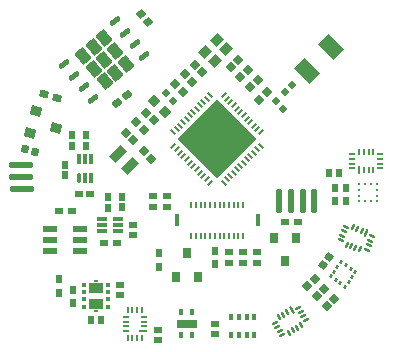
<source format=gtp>
G04*
G04 #@! TF.GenerationSoftware,Altium Limited,Altium Designer,20.1.7 (139)*
G04*
G04 Layer_Color=8421504*
%FSLAX44Y44*%
%MOMM*%
G71*
G04*
G04 #@! TF.SameCoordinates,99CDB543-8891-4245-8F14-29871282C811*
G04*
G04*
G04 #@! TF.FilePolarity,Positive*
G04*
G01*
G75*
G04:AMPARAMS|DCode=15|XSize=0.93mm|YSize=1.23mm|CornerRadius=0mm|HoleSize=0mm|Usage=FLASHONLY|Rotation=40.000|XOffset=0mm|YOffset=0mm|HoleType=Round|Shape=Rectangle|*
%AMROTATEDRECTD15*
4,1,4,0.0391,-0.7700,-0.7515,0.1722,-0.0391,0.7700,0.7515,-0.1722,0.0391,-0.7700,0.0*
%
%ADD15ROTATEDRECTD15*%

%ADD16R,0.6400X0.6000*%
%ADD17R,0.6000X0.7000*%
%ADD18R,0.7000X0.6000*%
G04:AMPARAMS|DCode=19|XSize=0.45mm|YSize=1.05mm|CornerRadius=0mm|HoleSize=0mm|Usage=FLASHONLY|Rotation=130.000|XOffset=0mm|YOffset=0mm|HoleType=Round|Shape=Round|*
%AMOVALD19*
21,1,0.6000,0.4500,0.0000,0.0000,220.0*
1,1,0.4500,0.2298,0.1928*
1,1,0.4500,-0.2298,-0.1928*
%
%ADD19OVALD19*%

%ADD20R,0.3000X0.8500*%
G04:AMPARAMS|DCode=21|XSize=0.85mm|YSize=0.3mm|CornerRadius=0mm|HoleSize=0mm|Usage=FLASHONLY|Rotation=90.000|XOffset=0mm|YOffset=0mm|HoleType=Round|Shape=Octagon|*
%AMOCTAGOND21*
4,1,8,0.0750,0.4250,-0.0750,0.4250,-0.1500,0.3500,-0.1500,-0.3500,-0.0750,-0.4250,0.0750,-0.4250,0.1500,-0.3500,0.1500,0.3500,0.0750,0.4250,0.0*
%
%ADD21OCTAGOND21*%

G04:AMPARAMS|DCode=22|XSize=0.5mm|YSize=2mm|CornerRadius=0mm|HoleSize=0mm|Usage=FLASHONLY|Rotation=270.000|XOffset=0mm|YOffset=0mm|HoleType=Round|Shape=Octagon|*
%AMOCTAGOND22*
4,1,8,1.0000,0.1250,1.0000,-0.1250,0.8750,-0.2500,-0.8750,-0.2500,-1.0000,-0.1250,-1.0000,0.1250,-0.8750,0.2500,0.8750,0.2500,1.0000,0.1250,0.0*
%
%ADD22OCTAGOND22*%

G04:AMPARAMS|DCode=23|XSize=0.5mm|YSize=2mm|CornerRadius=0mm|HoleSize=0mm|Usage=FLASHONLY|Rotation=0.000|XOffset=0mm|YOffset=0mm|HoleType=Round|Shape=Octagon|*
%AMOCTAGOND23*
4,1,8,-0.1250,1.0000,0.1250,1.0000,0.2500,0.8750,0.2500,-0.8750,0.1250,-1.0000,-0.1250,-1.0000,-0.2500,-0.8750,-0.2500,0.8750,-0.1250,1.0000,0.0*
%
%ADD23OCTAGOND23*%

G04:AMPARAMS|DCode=24|XSize=0.2mm|YSize=0.65mm|CornerRadius=0mm|HoleSize=0mm|Usage=FLASHONLY|Rotation=45.000|XOffset=0mm|YOffset=0mm|HoleType=Round|Shape=Round|*
%AMOVALD24*
21,1,0.4500,0.2000,0.0000,0.0000,135.0*
1,1,0.2000,0.1591,-0.1591*
1,1,0.2000,-0.1591,0.1591*
%
%ADD24OVALD24*%

G04:AMPARAMS|DCode=25|XSize=0.64mm|YSize=0.6mm|CornerRadius=0mm|HoleSize=0mm|Usage=FLASHONLY|Rotation=45.000|XOffset=0mm|YOffset=0mm|HoleType=Round|Shape=Rectangle|*
%AMROTATEDRECTD25*
4,1,4,-0.0141,-0.4384,-0.4384,-0.0141,0.0141,0.4384,0.4384,0.0141,-0.0141,-0.4384,0.0*
%
%ADD25ROTATEDRECTD25*%

G04:AMPARAMS|DCode=26|XSize=0.8mm|YSize=0.9mm|CornerRadius=0mm|HoleSize=0mm|Usage=FLASHONLY|Rotation=315.000|XOffset=0mm|YOffset=0mm|HoleType=Round|Shape=Rectangle|*
%AMROTATEDRECTD26*
4,1,4,-0.6010,-0.0354,0.0354,0.6010,0.6010,0.0354,-0.0354,-0.6010,-0.6010,-0.0354,0.0*
%
%ADD26ROTATEDRECTD26*%

G04:AMPARAMS|DCode=27|XSize=0.64mm|YSize=0.6mm|CornerRadius=0mm|HoleSize=0mm|Usage=FLASHONLY|Rotation=315.000|XOffset=0mm|YOffset=0mm|HoleType=Round|Shape=Rectangle|*
%AMROTATEDRECTD27*
4,1,4,-0.4384,0.0141,-0.0141,0.4384,0.4384,-0.0141,0.0141,-0.4384,-0.4384,0.0141,0.0*
%
%ADD27ROTATEDRECTD27*%

%ADD28P,6.6468X4X90.0*%
G04:AMPARAMS|DCode=29|XSize=0.2mm|YSize=0.65mm|CornerRadius=0mm|HoleSize=0mm|Usage=FLASHONLY|Rotation=135.000|XOffset=0mm|YOffset=0mm|HoleType=Round|Shape=Round|*
%AMOVALD29*
21,1,0.4500,0.2000,0.0000,0.0000,225.0*
1,1,0.2000,0.1591,0.1591*
1,1,0.2000,-0.1591,-0.1591*
%
%ADD29OVALD29*%

G04:AMPARAMS|DCode=30|XSize=0.54mm|YSize=0.48mm|CornerRadius=0mm|HoleSize=0mm|Usage=FLASHONLY|Rotation=135.000|XOffset=0mm|YOffset=0mm|HoleType=Round|Shape=Rectangle|*
%AMROTATEDRECTD30*
4,1,4,0.3606,-0.0212,0.0212,-0.3606,-0.3606,0.0212,-0.0212,0.3606,0.3606,-0.0212,0.0*
%
%ADD30ROTATEDRECTD30*%

G04:AMPARAMS|DCode=31|XSize=0.54mm|YSize=0.48mm|CornerRadius=0mm|HoleSize=0mm|Usage=FLASHONLY|Rotation=45.000|XOffset=0mm|YOffset=0mm|HoleType=Round|Shape=Rectangle|*
%AMROTATEDRECTD31*
4,1,4,-0.0212,-0.3606,-0.3606,-0.0212,0.0212,0.3606,0.3606,0.0212,-0.0212,-0.3606,0.0*
%
%ADD31ROTATEDRECTD31*%

G04:AMPARAMS|DCode=32|XSize=1.8mm|YSize=1.2mm|CornerRadius=0mm|HoleSize=0mm|Usage=FLASHONLY|Rotation=135.000|XOffset=0mm|YOffset=0mm|HoleType=Round|Shape=Rectangle|*
%AMROTATEDRECTD32*
4,1,4,1.0607,-0.2121,0.2121,-1.0607,-1.0607,0.2121,-0.2121,1.0607,1.0607,-0.2121,0.0*
%
%ADD32ROTATEDRECTD32*%

G04:AMPARAMS|DCode=33|XSize=0.8mm|YSize=0.9mm|CornerRadius=0mm|HoleSize=0mm|Usage=FLASHONLY|Rotation=75.000|XOffset=0mm|YOffset=0mm|HoleType=Round|Shape=Rectangle|*
%AMROTATEDRECTD33*
4,1,4,0.3311,-0.5028,-0.5382,-0.2699,-0.3311,0.5028,0.5382,0.2699,0.3311,-0.5028,0.0*
%
%ADD33ROTATEDRECTD33*%

G04:AMPARAMS|DCode=34|XSize=0.64mm|YSize=0.6mm|CornerRadius=0mm|HoleSize=0mm|Usage=FLASHONLY|Rotation=255.000|XOffset=0mm|YOffset=0mm|HoleType=Round|Shape=Rectangle|*
%AMROTATEDRECTD34*
4,1,4,-0.2070,0.3867,0.3726,0.2314,0.2070,-0.3867,-0.3726,-0.2314,-0.2070,0.3867,0.0*
%
%ADD34ROTATEDRECTD34*%

G04:AMPARAMS|DCode=35|XSize=0.6mm|YSize=0.75mm|CornerRadius=0mm|HoleSize=0mm|Usage=FLASHONLY|Rotation=75.000|XOffset=0mm|YOffset=0mm|HoleType=Round|Shape=Rectangle|*
%AMROTATEDRECTD35*
4,1,4,0.2846,-0.3868,-0.4399,-0.1927,-0.2846,0.3868,0.4399,0.1927,0.2846,-0.3868,0.0*
%
%ADD35ROTATEDRECTD35*%

%ADD36R,0.7500X0.6000*%
%ADD37R,0.6000X0.7500*%
%ADD38R,0.3500X0.2500*%
%ADD39R,1.2500X0.9000*%
%ADD40R,0.4000X0.3500*%
%ADD41R,0.4000X0.4500*%
%ADD42R,0.6000X0.6400*%
G04:AMPARAMS|DCode=43|XSize=0.64mm|YSize=0.6mm|CornerRadius=0mm|HoleSize=0mm|Usage=FLASHONLY|Rotation=145.000|XOffset=0mm|YOffset=0mm|HoleType=Round|Shape=Rectangle|*
%AMROTATEDRECTD43*
4,1,4,0.4342,0.0622,0.0901,-0.4293,-0.4342,-0.0622,-0.0901,0.4293,0.4342,0.0622,0.0*
%
%ADD43ROTATEDRECTD43*%

%ADD44R,0.4000X0.6000*%
%ADD45R,1.7000X0.7000*%
G04:AMPARAMS|DCode=46|XSize=0.8mm|YSize=0.75mm|CornerRadius=0mm|HoleSize=0mm|Usage=FLASHONLY|Rotation=45.000|XOffset=0mm|YOffset=0mm|HoleType=Round|Shape=Rectangle|*
%AMROTATEDRECTD46*
4,1,4,-0.0177,-0.5480,-0.5480,-0.0177,0.0177,0.5480,0.5480,0.0177,-0.0177,-0.5480,0.0*
%
%ADD46ROTATEDRECTD46*%

G04:AMPARAMS|DCode=47|XSize=0.75mm|YSize=1.4mm|CornerRadius=0mm|HoleSize=0mm|Usage=FLASHONLY|Rotation=315.000|XOffset=0mm|YOffset=0mm|HoleType=Round|Shape=Rectangle|*
%AMROTATEDRECTD47*
4,1,4,-0.7601,-0.2298,0.2298,0.7601,0.7601,0.2298,-0.2298,-0.7601,-0.7601,-0.2298,0.0*
%
%ADD47ROTATEDRECTD47*%

G04:AMPARAMS|DCode=48|XSize=0.6mm|YSize=0.75mm|CornerRadius=0mm|HoleSize=0mm|Usage=FLASHONLY|Rotation=130.000|XOffset=0mm|YOffset=0mm|HoleType=Round|Shape=Rectangle|*
%AMROTATEDRECTD48*
4,1,4,0.4801,0.0112,-0.0944,-0.4709,-0.4801,-0.0112,0.0944,0.4709,0.4801,0.0112,0.0*
%
%ADD48ROTATEDRECTD48*%

G04:AMPARAMS|DCode=49|XSize=0.64mm|YSize=0.6mm|CornerRadius=0mm|HoleSize=0mm|Usage=FLASHONLY|Rotation=220.000|XOffset=0mm|YOffset=0mm|HoleType=Round|Shape=Rectangle|*
%AMROTATEDRECTD49*
4,1,4,0.0523,0.4355,0.4380,-0.0241,-0.0523,-0.4355,-0.4380,0.0241,0.0523,0.4355,0.0*
%
%ADD49ROTATEDRECTD49*%

%ADD50R,0.8000X0.9000*%
%ADD51R,0.2200X0.6500*%
%ADD52R,0.2200X0.5500*%
%ADD53R,0.5500X0.2200*%
G04:AMPARAMS|DCode=54|XSize=0.65mm|YSize=0.22mm|CornerRadius=0mm|HoleSize=0mm|Usage=FLASHONLY|Rotation=250.000|XOffset=0mm|YOffset=0mm|HoleType=Round|Shape=Rectangle|*
%AMROTATEDRECTD54*
4,1,4,0.0078,0.3430,0.2145,0.2678,-0.0078,-0.3430,-0.2145,-0.2678,0.0078,0.3430,0.0*
%
%ADD54ROTATEDRECTD54*%

G04:AMPARAMS|DCode=55|XSize=0.55mm|YSize=0.22mm|CornerRadius=0mm|HoleSize=0mm|Usage=FLASHONLY|Rotation=250.000|XOffset=0mm|YOffset=0mm|HoleType=Round|Shape=Rectangle|*
%AMROTATEDRECTD55*
4,1,4,-0.0093,0.2960,0.1974,0.2208,0.0093,-0.2960,-0.1974,-0.2208,-0.0093,0.2960,0.0*
%
%ADD55ROTATEDRECTD55*%

G04:AMPARAMS|DCode=56|XSize=0.55mm|YSize=0.22mm|CornerRadius=0mm|HoleSize=0mm|Usage=FLASHONLY|Rotation=340.000|XOffset=0mm|YOffset=0mm|HoleType=Round|Shape=Rectangle|*
%AMROTATEDRECTD56*
4,1,4,-0.2960,-0.0093,-0.2208,0.1974,0.2960,0.0093,0.2208,-0.1974,-0.2960,-0.0093,0.0*
%
%ADD56ROTATEDRECTD56*%

G04:AMPARAMS|DCode=57|XSize=0.275mm|YSize=0.25mm|CornerRadius=0mm|HoleSize=0mm|Usage=FLASHONLY|Rotation=55.000|XOffset=0mm|YOffset=0mm|HoleType=Round|Shape=Rectangle|*
%AMROTATEDRECTD57*
4,1,4,0.0235,-0.1843,-0.1813,-0.0409,-0.0235,0.1843,0.1813,0.0409,0.0235,-0.1843,0.0*
%
%ADD57ROTATEDRECTD57*%

%ADD58R,0.3800X1.1000*%
%ADD59R,0.2300X0.6300*%
%ADD60R,0.6500X0.2200*%
G04:AMPARAMS|DCode=61|XSize=0.65mm|YSize=0.22mm|CornerRadius=0mm|HoleSize=0mm|Usage=FLASHONLY|Rotation=302.000|XOffset=0mm|YOffset=0mm|HoleType=Round|Shape=Rectangle|*
%AMROTATEDRECTD61*
4,1,4,-0.2655,0.2173,-0.0789,0.3339,0.2655,-0.2173,0.0789,-0.3339,-0.2655,0.2173,0.0*
%
%ADD61ROTATEDRECTD61*%

G04:AMPARAMS|DCode=62|XSize=0.55mm|YSize=0.22mm|CornerRadius=0mm|HoleSize=0mm|Usage=FLASHONLY|Rotation=302.000|XOffset=0mm|YOffset=0mm|HoleType=Round|Shape=Rectangle|*
%AMROTATEDRECTD62*
4,1,4,-0.2390,0.1749,-0.0524,0.2915,0.2390,-0.1749,0.0524,-0.2915,-0.2390,0.1749,0.0*
%
%ADD62ROTATEDRECTD62*%

G04:AMPARAMS|DCode=63|XSize=0.55mm|YSize=0.22mm|CornerRadius=0mm|HoleSize=0mm|Usage=FLASHONLY|Rotation=32.000|XOffset=0mm|YOffset=0mm|HoleType=Round|Shape=Rectangle|*
%AMROTATEDRECTD63*
4,1,4,-0.1749,-0.2390,-0.2915,-0.0524,0.1749,0.2390,0.2915,0.0524,-0.1749,-0.2390,0.0*
%
%ADD63ROTATEDRECTD63*%

%ADD64R,0.4000X0.5000*%
%ADD65R,0.2750X0.2500*%
%ADD66R,0.9500X0.3000*%
%ADD67R,1.1500X0.6000*%
D15*
X-63902Y93809D02*
D03*
X-73094Y104763D02*
D03*
X-82285Y115718D02*
D03*
X-72558Y86545D02*
D03*
X-81750Y97500D02*
D03*
X-90942Y108454D02*
D03*
X-81214Y79282D02*
D03*
X-90406Y90237D02*
D03*
X-99599Y101191D02*
D03*
D16*
X-28750Y-26650D02*
D03*
Y-17850D02*
D03*
X-40750Y-17850D02*
D03*
Y-26650D02*
D03*
X-68500Y-92750D02*
D03*
Y-101550D02*
D03*
X-36250Y-139650D02*
D03*
Y-130850D02*
D03*
X35750Y-65250D02*
D03*
Y-74050D02*
D03*
X24000Y-65250D02*
D03*
Y-74050D02*
D03*
X47500Y-65250D02*
D03*
Y-74050D02*
D03*
X12000Y-134750D02*
D03*
X12000Y-125950D02*
D03*
X-57250Y-50650D02*
D03*
Y-41850D02*
D03*
D17*
X-79000Y-27500D02*
D03*
Y-18500D02*
D03*
X-67000Y-18250D02*
D03*
Y-27250D02*
D03*
X-109500Y25000D02*
D03*
Y34000D02*
D03*
X-115500Y-250D02*
D03*
Y8750D02*
D03*
X-97000Y25000D02*
D03*
Y34000D02*
D03*
D18*
X-103000Y-16000D02*
D03*
X-94000D02*
D03*
D19*
X-47902Y101033D02*
D03*
X-56066Y110762D02*
D03*
X-64229Y120491D02*
D03*
X-72393Y130220D02*
D03*
X-91107Y64780D02*
D03*
X-99271Y74509D02*
D03*
X-107434Y84238D02*
D03*
X-115598Y93967D02*
D03*
D20*
X-103000Y13250D02*
D03*
X-98000D02*
D03*
X-93000D02*
D03*
Y-2750D02*
D03*
X-98000D02*
D03*
D21*
X-103000D02*
D03*
D22*
X-152000Y8500D02*
D03*
X-152250Y-1500D02*
D03*
X-151750Y-11500D02*
D03*
D23*
X86000Y-22000D02*
D03*
X96000D02*
D03*
X76000D02*
D03*
X66000D02*
D03*
D24*
X-9358Y50500D02*
D03*
X-23500Y36358D02*
D03*
X-20672Y39186D02*
D03*
X-17844Y42015D02*
D03*
X-15015Y44843D02*
D03*
X-12187Y47672D02*
D03*
X-6530Y53328D02*
D03*
X-3702Y56157D02*
D03*
X-873Y58985D02*
D03*
X1955Y61814D02*
D03*
X4784Y64642D02*
D03*
X7612Y67471D02*
D03*
X50392Y24691D02*
D03*
X47564Y21862D02*
D03*
X44735Y19034D02*
D03*
X41907Y16205D02*
D03*
X39078Y13377D02*
D03*
X36250Y10548D02*
D03*
X33422Y7720D02*
D03*
X30593Y4892D02*
D03*
X27765Y2063D02*
D03*
X24936Y-765D02*
D03*
X22108Y-3594D02*
D03*
X19279Y-6422D02*
D03*
D25*
X-15389Y70639D02*
D03*
X-21611Y76861D02*
D03*
X1111Y87139D02*
D03*
X-5111Y93361D02*
D03*
X-7250Y79000D02*
D03*
X-13472Y85223D02*
D03*
X-40139Y46639D02*
D03*
X-46361Y52861D02*
D03*
X-48639Y38389D02*
D03*
X-54861Y44611D02*
D03*
X-42028Y14028D02*
D03*
X-48250Y20250D02*
D03*
X-63472Y35723D02*
D03*
X-57250Y29500D02*
D03*
D26*
X11500Y96750D02*
D03*
X3722Y104528D02*
D03*
X21400Y106650D02*
D03*
X13621Y114428D02*
D03*
D27*
X25000Y91250D02*
D03*
X31223Y97473D02*
D03*
X33389Y82889D02*
D03*
X39611Y89111D02*
D03*
X41778Y74528D02*
D03*
X48000Y80750D02*
D03*
X55611Y70111D02*
D03*
X49389Y63889D02*
D03*
X89889Y-94111D02*
D03*
X96111Y-87889D02*
D03*
X98304Y-102305D02*
D03*
X104526Y-96082D02*
D03*
X106554Y-110805D02*
D03*
X112776Y-104582D02*
D03*
D28*
X13446Y30524D02*
D03*
D29*
X19279Y67471D02*
D03*
X22108Y64642D02*
D03*
X24936Y61814D02*
D03*
X27765Y58985D02*
D03*
X30593Y56157D02*
D03*
X33421Y53328D02*
D03*
X36250Y50500D02*
D03*
X39078Y47672D02*
D03*
X41907Y44843D02*
D03*
X44735Y42015D02*
D03*
X47564Y39186D02*
D03*
X50392Y36358D02*
D03*
X7612Y-6422D02*
D03*
X4784Y-3594D02*
D03*
X1955Y-765D02*
D03*
X-873Y2063D02*
D03*
X-3701Y4892D02*
D03*
X-6530Y7720D02*
D03*
X-9358Y10548D02*
D03*
X-12187Y13377D02*
D03*
X-15015Y16205D02*
D03*
X-17844Y19034D02*
D03*
X-20672Y21862D02*
D03*
X-23500Y24691D02*
D03*
D30*
X71108Y69968D02*
D03*
X77331Y76190D02*
D03*
D31*
X63500Y62500D02*
D03*
X69722Y56277D02*
D03*
X-29861Y69361D02*
D03*
X-23639Y63139D02*
D03*
D32*
X109864Y108724D02*
D03*
X89358Y88218D02*
D03*
D33*
X-139951Y54264D02*
D03*
X-144868Y35912D02*
D03*
X-123091Y39912D02*
D03*
D34*
X-140250Y19861D02*
D03*
X-148750Y22139D02*
D03*
D35*
X-121946Y65512D02*
D03*
X-133054Y68488D02*
D03*
D36*
X-120500Y-30500D02*
D03*
X-109000D02*
D03*
X-70750Y-57250D02*
D03*
X-82250D02*
D03*
X82500Y-39500D02*
D03*
X71000D02*
D03*
D37*
X-120250Y-88000D02*
D03*
Y-99500D02*
D03*
X-108250Y-108500D02*
D03*
Y-97000D02*
D03*
X-35500Y-77750D02*
D03*
Y-66250D02*
D03*
X12250Y-75500D02*
D03*
Y-64000D02*
D03*
D38*
X-88750Y-115020D02*
D03*
Y-89480D02*
D03*
D39*
Y-109250D02*
D03*
Y-95250D02*
D03*
D40*
X-78500Y-92750D02*
D03*
Y-98750D02*
D03*
Y-105250D02*
D03*
Y-111750D02*
D03*
X-99000D02*
D03*
Y-105250D02*
D03*
Y-98750D02*
D03*
D41*
Y-92750D02*
D03*
D42*
X-84350Y-123000D02*
D03*
X-93150D02*
D03*
X113550Y-10500D02*
D03*
X122350D02*
D03*
X113700Y-22250D02*
D03*
X122500D02*
D03*
X108450Y1500D02*
D03*
X117250D02*
D03*
D43*
X103476Y-76354D02*
D03*
X108524Y-69146D02*
D03*
D44*
X-17000Y-135250D02*
D03*
X-7500D02*
D03*
Y-116250D02*
D03*
X-17000D02*
D03*
D45*
X-12250Y-125750D02*
D03*
D46*
X-39773Y63023D02*
D03*
X-30227Y53477D02*
D03*
D47*
X-59985Y7512D02*
D03*
X-70238Y17765D02*
D03*
D48*
X-62345Y68196D02*
D03*
X-71155Y60804D02*
D03*
D49*
X-45172Y129879D02*
D03*
X-50828Y136621D02*
D03*
D50*
X71000Y-73000D02*
D03*
X61500Y-53000D02*
D03*
X80500D02*
D03*
X-12000Y-66250D02*
D03*
X-2500Y-86250D02*
D03*
X-21500D02*
D03*
D51*
X134000Y4500D02*
D03*
D52*
X138000Y4000D02*
D03*
X142000D02*
D03*
X146000D02*
D03*
Y19500D02*
D03*
X142000D02*
D03*
X138000D02*
D03*
X134000D02*
D03*
X-50000Y-114250D02*
D03*
X-54000D02*
D03*
X-58000D02*
D03*
X-62000D02*
D03*
Y-137750D02*
D03*
X-58000D02*
D03*
X-54000D02*
D03*
X-50000D02*
D03*
D53*
X151750Y5750D02*
D03*
Y9750D02*
D03*
Y13750D02*
D03*
Y17750D02*
D03*
X128250D02*
D03*
Y13750D02*
D03*
Y9750D02*
D03*
Y5750D02*
D03*
X-48250Y-128000D02*
D03*
Y-124000D02*
D03*
Y-120000D02*
D03*
X-63750D02*
D03*
Y-124000D02*
D03*
Y-128000D02*
D03*
Y-132000D02*
D03*
D54*
X139618Y-48739D02*
D03*
D55*
X136030Y-46901D02*
D03*
X132271Y-45533D02*
D03*
X128512Y-44165D02*
D03*
X123211Y-58731D02*
D03*
X126970Y-60099D02*
D03*
X130729Y-61467D02*
D03*
X134487Y-62835D02*
D03*
D56*
X122511Y-43843D02*
D03*
X121143Y-47602D02*
D03*
X119775Y-51361D02*
D03*
X118406Y-55119D02*
D03*
X140489Y-63157D02*
D03*
X141857Y-59398D02*
D03*
X143225Y-55639D02*
D03*
X144593Y-51881D02*
D03*
D57*
X127831Y-86176D02*
D03*
X124964Y-90272D02*
D03*
X122096Y-94368D02*
D03*
X118000Y-91500D02*
D03*
X113904Y-88632D02*
D03*
X109808Y-85764D02*
D03*
X112676Y-81668D02*
D03*
X115544Y-77573D02*
D03*
X118412Y-73477D02*
D03*
X122508Y-76345D02*
D03*
X126604Y-79213D02*
D03*
X130699Y-82081D02*
D03*
D58*
X-20650Y-38250D02*
D03*
X48150D02*
D03*
D59*
X-4250Y-51500D02*
D03*
X-250D02*
D03*
X3750D02*
D03*
X7750D02*
D03*
X11750D02*
D03*
X15750D02*
D03*
X19750D02*
D03*
X23750D02*
D03*
X27750D02*
D03*
X31750D02*
D03*
Y-25000D02*
D03*
X27750D02*
D03*
X23750D02*
D03*
X19750D02*
D03*
X15750D02*
D03*
X11750D02*
D03*
X7750D02*
D03*
X3750D02*
D03*
X-250D02*
D03*
X-4250D02*
D03*
X35750D02*
D03*
Y-51500D02*
D03*
X-8250Y-25000D02*
D03*
Y-51500D02*
D03*
D60*
X-48750Y-132000D02*
D03*
D61*
X76746Y-114422D02*
D03*
D62*
X73089Y-116118D02*
D03*
X69697Y-118237D02*
D03*
X66305Y-120357D02*
D03*
X74519Y-133502D02*
D03*
X77911Y-131382D02*
D03*
X81303Y-129263D02*
D03*
X84695Y-127143D02*
D03*
D63*
X62356Y-124888D02*
D03*
X64476Y-128280D02*
D03*
X66595Y-131673D02*
D03*
X68715Y-135065D02*
D03*
X88644Y-122612D02*
D03*
X86524Y-119220D02*
D03*
X84405Y-115827D02*
D03*
X82285Y-112435D02*
D03*
D64*
X25750Y-120250D02*
D03*
X32250Y-120250D02*
D03*
X38750D02*
D03*
X45250Y-120250D02*
D03*
Y-135250D02*
D03*
X38750Y-135250D02*
D03*
X32250D02*
D03*
X25750Y-135250D02*
D03*
D65*
X143750Y-22250D02*
D03*
X138750D02*
D03*
X133750D02*
D03*
Y-17250D02*
D03*
Y-12250D02*
D03*
Y-7250D02*
D03*
X138750D02*
D03*
X143750D02*
D03*
X148750D02*
D03*
Y-12250D02*
D03*
Y-17250D02*
D03*
Y-22250D02*
D03*
D66*
X-70500Y-36950D02*
D03*
Y-41950D02*
D03*
Y-46950D02*
D03*
X-83500D02*
D03*
Y-41950D02*
D03*
Y-36950D02*
D03*
D67*
X-128250Y-45500D02*
D03*
Y-55000D02*
D03*
Y-64500D02*
D03*
X-102250D02*
D03*
Y-55000D02*
D03*
Y-45500D02*
D03*
M02*

</source>
